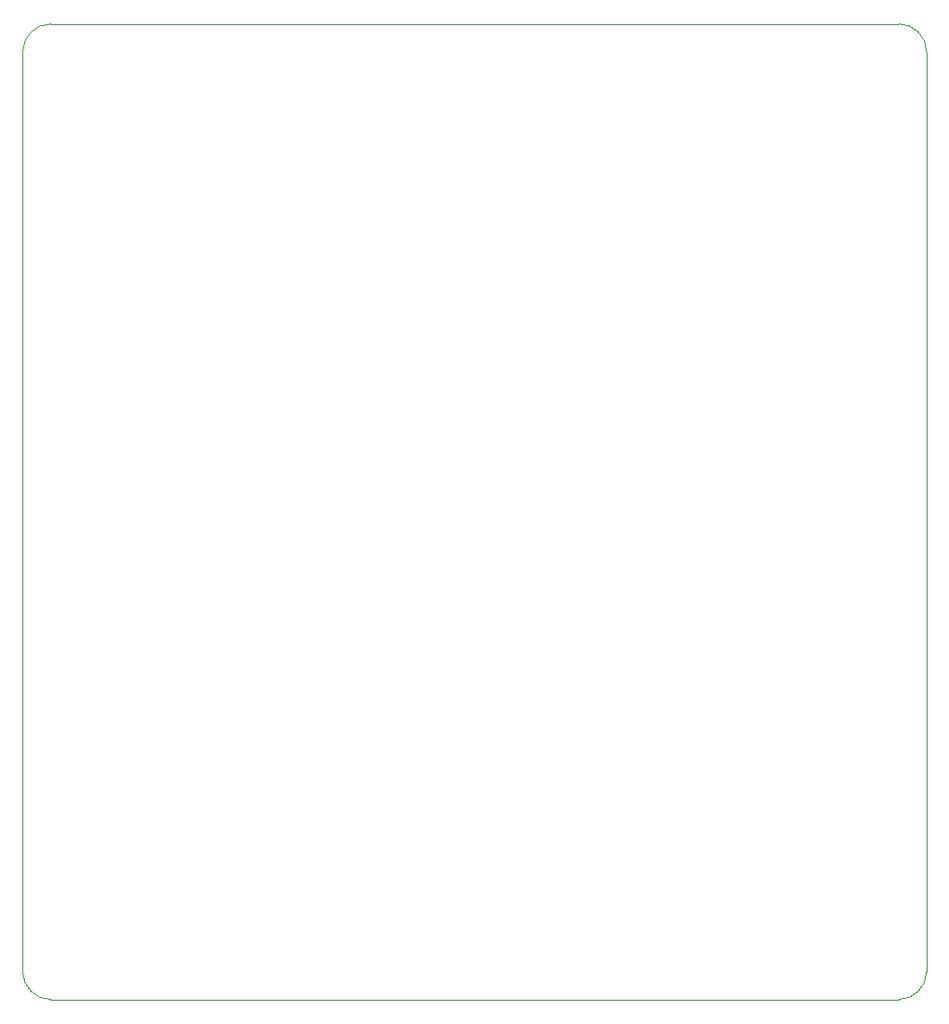
<source format=gbr>
%TF.GenerationSoftware,Altium Limited,Altium Designer,20.0.11 (256)*%
G04 Layer_Color=0*
%FSLAX26Y26*%
%MOIN*%
%TF.FileFunction,Profile,NP*%
%TF.Part,Single*%
G01*
G75*
%TA.AperFunction,Profile*%
%ADD166C,0.001000*%
D166*
X3235000Y100000D02*
G02*
X3135000Y0I-100000J0D01*
G01*
X100000D01*
D02*
G02*
X0Y100000I-0J100000D01*
G01*
Y3390000D01*
D02*
G02*
X100000Y3490000I100000J0D01*
G01*
X3135000D01*
D02*
G02*
X3235000Y3390000I0J-100000D01*
G01*
Y100000D01*
%TF.MD5,a19215702cc1950a87a8dc46c97816e6*%
M02*

</source>
